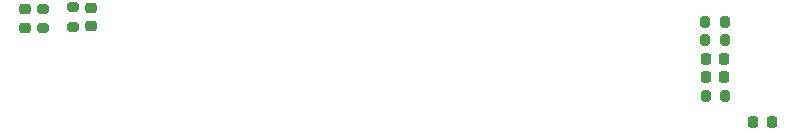
<source format=gbr>
%TF.GenerationSoftware,KiCad,Pcbnew,7.0.2*%
%TF.CreationDate,2023-07-17T10:45:44+03:00*%
%TF.ProjectId,DeskSandGlass,4465736b-5361-46e6-9447-6c6173732e6b,rev?*%
%TF.SameCoordinates,Original*%
%TF.FileFunction,Paste,Bot*%
%TF.FilePolarity,Positive*%
%FSLAX46Y46*%
G04 Gerber Fmt 4.6, Leading zero omitted, Abs format (unit mm)*
G04 Created by KiCad (PCBNEW 7.0.2) date 2023-07-17 10:45:44*
%MOMM*%
%LPD*%
G01*
G04 APERTURE LIST*
G04 Aperture macros list*
%AMRoundRect*
0 Rectangle with rounded corners*
0 $1 Rounding radius*
0 $2 $3 $4 $5 $6 $7 $8 $9 X,Y pos of 4 corners*
0 Add a 4 corners polygon primitive as box body*
4,1,4,$2,$3,$4,$5,$6,$7,$8,$9,$2,$3,0*
0 Add four circle primitives for the rounded corners*
1,1,$1+$1,$2,$3*
1,1,$1+$1,$4,$5*
1,1,$1+$1,$6,$7*
1,1,$1+$1,$8,$9*
0 Add four rect primitives between the rounded corners*
20,1,$1+$1,$2,$3,$4,$5,0*
20,1,$1+$1,$4,$5,$6,$7,0*
20,1,$1+$1,$6,$7,$8,$9,0*
20,1,$1+$1,$8,$9,$2,$3,0*%
G04 Aperture macros list end*
%ADD10RoundRect,0.200000X0.200000X0.275000X-0.200000X0.275000X-0.200000X-0.275000X0.200000X-0.275000X0*%
%ADD11RoundRect,0.200000X-0.200000X-0.275000X0.200000X-0.275000X0.200000X0.275000X-0.200000X0.275000X0*%
%ADD12RoundRect,0.225000X-0.250000X0.225000X-0.250000X-0.225000X0.250000X-0.225000X0.250000X0.225000X0*%
%ADD13RoundRect,0.225000X-0.225000X-0.250000X0.225000X-0.250000X0.225000X0.250000X-0.225000X0.250000X0*%
%ADD14RoundRect,0.218750X0.218750X0.256250X-0.218750X0.256250X-0.218750X-0.256250X0.218750X-0.256250X0*%
%ADD15RoundRect,0.200000X0.275000X-0.200000X0.275000X0.200000X-0.275000X0.200000X-0.275000X-0.200000X0*%
%ADD16RoundRect,0.200000X-0.275000X0.200000X-0.275000X-0.200000X0.275000X-0.200000X0.275000X0.200000X0*%
G04 APERTURE END LIST*
D10*
%TO.C,R85*%
X176640534Y-53865534D03*
X174990534Y-53865534D03*
%TD*%
D11*
%TO.C,R86*%
X175000534Y-58535534D03*
X176650534Y-58535534D03*
%TD*%
D10*
%TO.C,R84*%
X176640534Y-52315534D03*
X174990534Y-52315534D03*
%TD*%
D12*
%TO.C,C28*%
X117345534Y-51230534D03*
X117345534Y-52780534D03*
%TD*%
%TO.C,C29*%
X122965534Y-51110534D03*
X122965534Y-52660534D03*
%TD*%
D13*
%TO.C,C54*%
X175050534Y-56975534D03*
X176600534Y-56975534D03*
%TD*%
D14*
%TO.C,L6*%
X180603034Y-60795534D03*
X179028034Y-60795534D03*
%TD*%
D15*
%TO.C,R55*%
X118905534Y-52825534D03*
X118905534Y-51175534D03*
%TD*%
D16*
%TO.C,R56*%
X121435534Y-51065534D03*
X121435534Y-52715534D03*
%TD*%
D13*
%TO.C,C55*%
X175040534Y-55405534D03*
X176590534Y-55405534D03*
%TD*%
M02*

</source>
